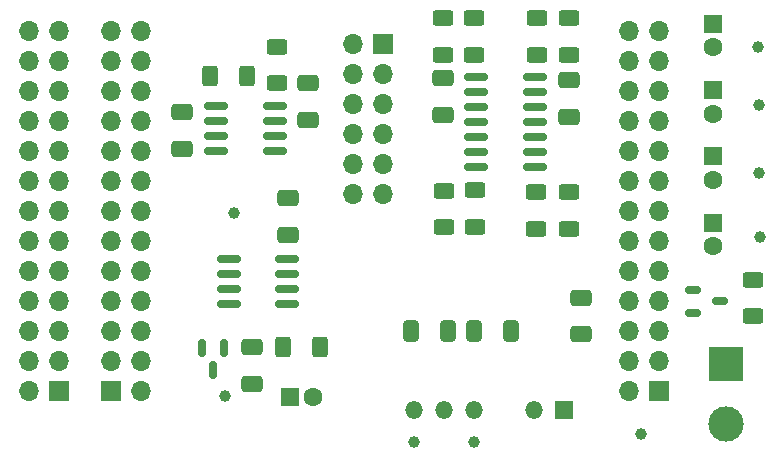
<source format=gbr>
%TF.GenerationSoftware,KiCad,Pcbnew,6.0.11-2627ca5db0~126~ubuntu20.04.1*%
%TF.CreationDate,2024-05-07T16:59:55-06:00*%
%TF.ProjectId,red-pitaya-pwm-shield,7265642d-7069-4746-9179-612d70776d2d,rev?*%
%TF.SameCoordinates,Original*%
%TF.FileFunction,Soldermask,Top*%
%TF.FilePolarity,Negative*%
%FSLAX46Y46*%
G04 Gerber Fmt 4.6, Leading zero omitted, Abs format (unit mm)*
G04 Created by KiCad (PCBNEW 6.0.11-2627ca5db0~126~ubuntu20.04.1) date 2024-05-07 16:59:55*
%MOMM*%
%LPD*%
G01*
G04 APERTURE LIST*
G04 Aperture macros list*
%AMRoundRect*
0 Rectangle with rounded corners*
0 $1 Rounding radius*
0 $2 $3 $4 $5 $6 $7 $8 $9 X,Y pos of 4 corners*
0 Add a 4 corners polygon primitive as box body*
4,1,4,$2,$3,$4,$5,$6,$7,$8,$9,$2,$3,0*
0 Add four circle primitives for the rounded corners*
1,1,$1+$1,$2,$3*
1,1,$1+$1,$4,$5*
1,1,$1+$1,$6,$7*
1,1,$1+$1,$8,$9*
0 Add four rect primitives between the rounded corners*
20,1,$1+$1,$2,$3,$4,$5,0*
20,1,$1+$1,$4,$5,$6,$7,0*
20,1,$1+$1,$6,$7,$8,$9,0*
20,1,$1+$1,$8,$9,$2,$3,0*%
G04 Aperture macros list end*
%ADD10RoundRect,0.250000X-0.625000X0.400000X-0.625000X-0.400000X0.625000X-0.400000X0.625000X0.400000X0*%
%ADD11RoundRect,0.150000X-0.150000X0.587500X-0.150000X-0.587500X0.150000X-0.587500X0.150000X0.587500X0*%
%ADD12C,1.000000*%
%ADD13RoundRect,0.250000X0.625000X-0.400000X0.625000X0.400000X-0.625000X0.400000X-0.625000X-0.400000X0*%
%ADD14RoundRect,0.150000X-0.512500X-0.150000X0.512500X-0.150000X0.512500X0.150000X-0.512500X0.150000X0*%
%ADD15RoundRect,0.250000X-0.400000X-0.625000X0.400000X-0.625000X0.400000X0.625000X-0.400000X0.625000X0*%
%ADD16R,1.700000X1.700000*%
%ADD17O,1.700000X1.700000*%
%ADD18RoundRect,0.250000X0.400000X0.625000X-0.400000X0.625000X-0.400000X-0.625000X0.400000X-0.625000X0*%
%ADD19R,1.600000X1.600000*%
%ADD20C,1.600000*%
%ADD21RoundRect,0.250000X0.650000X-0.412500X0.650000X0.412500X-0.650000X0.412500X-0.650000X-0.412500X0*%
%ADD22RoundRect,0.250000X-0.650000X0.412500X-0.650000X-0.412500X0.650000X-0.412500X0.650000X0.412500X0*%
%ADD23R,1.500000X1.500000*%
%ADD24O,1.500000X1.500000*%
%ADD25RoundRect,0.250000X-0.412500X-0.650000X0.412500X-0.650000X0.412500X0.650000X-0.412500X0.650000X0*%
%ADD26RoundRect,0.150000X-0.825000X-0.150000X0.825000X-0.150000X0.825000X0.150000X-0.825000X0.150000X0*%
%ADD27R,3.000000X3.000000*%
%ADD28C,3.000000*%
%ADD29RoundRect,0.250000X0.412500X0.650000X-0.412500X0.650000X-0.412500X-0.650000X0.412500X-0.650000X0*%
G04 APERTURE END LIST*
D10*
%TO.C,R8*%
X91694000Y-63728000D03*
X91694000Y-66828000D03*
%TD*%
D11*
%TO.C,U2*%
X65212000Y-91645500D03*
X63312000Y-91645500D03*
X64262000Y-93520500D03*
%TD*%
D10*
%TO.C,R10*%
X86360000Y-63728000D03*
X86360000Y-66828000D03*
%TD*%
D12*
%TO.C,TP5*%
X86334600Y-99618800D03*
%TD*%
D13*
%TO.C,R4*%
X94400000Y-66828000D03*
X94400000Y-63728000D03*
%TD*%
D14*
%TO.C,Q1*%
X104907500Y-86756200D03*
X104907500Y-88656200D03*
X107182500Y-87706200D03*
%TD*%
D13*
%TO.C,R7*%
X83820000Y-81433000D03*
X83820000Y-78333000D03*
%TD*%
D15*
%TO.C,R1*%
X70179000Y-91567000D03*
X73279000Y-91567000D03*
%TD*%
D16*
%TO.C,J2*%
X78633000Y-65938000D03*
D17*
X76093000Y-65938000D03*
X78633000Y-68478000D03*
X76093000Y-68478000D03*
X78633000Y-71018000D03*
X76093000Y-71018000D03*
X78633000Y-73558000D03*
X76093000Y-73558000D03*
X78633000Y-76098000D03*
X76093000Y-76098000D03*
X78633000Y-78638000D03*
X76093000Y-78638000D03*
%TD*%
D13*
%TO.C,R9*%
X91567000Y-81560000D03*
X91567000Y-78460000D03*
%TD*%
D18*
%TO.C,R2*%
X67108000Y-68580000D03*
X64008000Y-68580000D03*
%TD*%
D10*
%TO.C,R6*%
X83693000Y-63725000D03*
X83693000Y-66825000D03*
%TD*%
%TO.C,R5*%
X94361000Y-78460000D03*
X94361000Y-81560000D03*
%TD*%
D12*
%TO.C,TP2*%
X100482400Y-98933000D03*
%TD*%
D19*
%TO.C,C10*%
X106578400Y-69805925D03*
D20*
X106578400Y-71805925D03*
%TD*%
D21*
%TO.C,C5*%
X95377000Y-90501000D03*
X95377000Y-87376000D03*
%TD*%
D12*
%TO.C,TP1*%
X65227200Y-95681800D03*
%TD*%
D19*
%TO.C,C9*%
X106578400Y-64195888D03*
D20*
X106578400Y-66195888D03*
%TD*%
D12*
%TO.C,TP7*%
X110464600Y-71069200D03*
%TD*%
D21*
%TO.C,C8*%
X94361000Y-72047500D03*
X94361000Y-68922500D03*
%TD*%
D22*
%TO.C,C1*%
X70612000Y-78955500D03*
X70612000Y-82080500D03*
%TD*%
D23*
%TO.C,U3*%
X93942500Y-96882500D03*
D24*
X91402500Y-96882500D03*
X86322500Y-96882500D03*
X83782500Y-96882500D03*
X81242500Y-96882500D03*
%TD*%
D19*
%TO.C,C11*%
X106578400Y-81025999D03*
D20*
X106578400Y-83025999D03*
%TD*%
D13*
%TO.C,F1*%
X109931200Y-88976200D03*
X109931200Y-85876200D03*
%TD*%
D25*
%TO.C,C3*%
X80987500Y-90170000D03*
X84112500Y-90170000D03*
%TD*%
D12*
%TO.C,TP4*%
X81254600Y-99618800D03*
%TD*%
D26*
%TO.C,U4*%
X64519000Y-71120000D03*
X64519000Y-72390000D03*
X64519000Y-73660000D03*
X64519000Y-74930000D03*
X69469000Y-74930000D03*
X69469000Y-73660000D03*
X69469000Y-72390000D03*
X69469000Y-71120000D03*
%TD*%
%TO.C,U1*%
X65597000Y-84074000D03*
X65597000Y-85344000D03*
X65597000Y-86614000D03*
X65597000Y-87884000D03*
X70547000Y-87884000D03*
X70547000Y-86614000D03*
X70547000Y-85344000D03*
X70547000Y-84074000D03*
%TD*%
D21*
%TO.C,C7*%
X83693000Y-71920500D03*
X83693000Y-68795500D03*
%TD*%
D22*
%TO.C,C15*%
X61595000Y-71678000D03*
X61595000Y-74803000D03*
%TD*%
D12*
%TO.C,TP9*%
X110388400Y-66141600D03*
%TD*%
D27*
%TO.C,J3*%
X107645200Y-92989400D03*
D28*
X107645200Y-98069400D03*
%TD*%
D19*
%TO.C,C13*%
X70739000Y-95758000D03*
D20*
X72739000Y-95758000D03*
%TD*%
D19*
%TO.C,C12*%
X106578400Y-75415962D03*
D20*
X106578400Y-77415962D03*
%TD*%
D10*
%TO.C,R3*%
X69661000Y-66141000D03*
X69661000Y-69241000D03*
%TD*%
D12*
%TO.C,TP6*%
X110515400Y-82270600D03*
%TD*%
D16*
%TO.C,J5*%
X55626000Y-95250000D03*
D17*
X58166000Y-95250000D03*
X55626000Y-92710000D03*
X58166000Y-92710000D03*
X55626000Y-90170000D03*
X58166000Y-90170000D03*
X55626000Y-87630000D03*
X58166000Y-87630000D03*
X55626000Y-85090000D03*
X58166000Y-85090000D03*
X55626000Y-82550000D03*
X58166000Y-82550000D03*
X55626000Y-80010000D03*
X58166000Y-80010000D03*
X55626000Y-77470000D03*
X58166000Y-77470000D03*
X55626000Y-74930000D03*
X58166000Y-74930000D03*
X55626000Y-72390000D03*
X58166000Y-72390000D03*
X55626000Y-69850000D03*
X58166000Y-69850000D03*
X55626000Y-67310000D03*
X58166000Y-67310000D03*
X55626000Y-64770000D03*
X58166000Y-64770000D03*
%TD*%
D12*
%TO.C,TP8*%
X110464600Y-76860400D03*
%TD*%
D29*
%TO.C,C4*%
X89485000Y-90170000D03*
X86360000Y-90170000D03*
%TD*%
D13*
%TO.C,R11*%
X86450000Y-81409000D03*
X86450000Y-78309000D03*
%TD*%
D22*
%TO.C,C2*%
X67564000Y-91567000D03*
X67564000Y-94692000D03*
%TD*%
%TO.C,C14*%
X72263000Y-69176500D03*
X72263000Y-72301500D03*
%TD*%
D26*
%TO.C,U5*%
X86525000Y-68700000D03*
X86525000Y-69970000D03*
X86525000Y-71240000D03*
X86525000Y-72510000D03*
X86525000Y-73780000D03*
X86525000Y-75050000D03*
X86525000Y-76320000D03*
X91475000Y-76320000D03*
X91475000Y-75050000D03*
X91475000Y-73780000D03*
X91475000Y-72510000D03*
X91475000Y-71240000D03*
X91475000Y-69970000D03*
X91475000Y-68700000D03*
%TD*%
D12*
%TO.C,TP3*%
X66014600Y-80238600D03*
%TD*%
D16*
%TO.C,J1*%
X101981000Y-95250000D03*
D17*
X99441000Y-95250000D03*
X101981000Y-92710000D03*
X99441000Y-92710000D03*
X101981000Y-90170000D03*
X99441000Y-90170000D03*
X101981000Y-87630000D03*
X99441000Y-87630000D03*
X101981000Y-85090000D03*
X99441000Y-85090000D03*
X101981000Y-82550000D03*
X99441000Y-82550000D03*
X101981000Y-80010000D03*
X99441000Y-80010000D03*
X101981000Y-77470000D03*
X99441000Y-77470000D03*
X101981000Y-74930000D03*
X99441000Y-74930000D03*
X101981000Y-72390000D03*
X99441000Y-72390000D03*
X101981000Y-69850000D03*
X99441000Y-69850000D03*
X101981000Y-67310000D03*
X99441000Y-67310000D03*
X101981000Y-64770000D03*
X99441000Y-64770000D03*
%TD*%
D16*
%TO.C,J4*%
X51180000Y-95250000D03*
D17*
X48640000Y-95250000D03*
X51180000Y-92710000D03*
X48640000Y-92710000D03*
X51180000Y-90170000D03*
X48640000Y-90170000D03*
X51180000Y-87630000D03*
X48640000Y-87630000D03*
X51180000Y-85090000D03*
X48640000Y-85090000D03*
X51180000Y-82550000D03*
X48640000Y-82550000D03*
X51180000Y-80010000D03*
X48640000Y-80010000D03*
X51180000Y-77470000D03*
X48640000Y-77470000D03*
X51180000Y-74930000D03*
X48640000Y-74930000D03*
X51180000Y-72390000D03*
X48640000Y-72390000D03*
X51180000Y-69850000D03*
X48640000Y-69850000D03*
X51180000Y-67310000D03*
X48640000Y-67310000D03*
X51180000Y-64770000D03*
X48640000Y-64770000D03*
%TD*%
M02*

</source>
